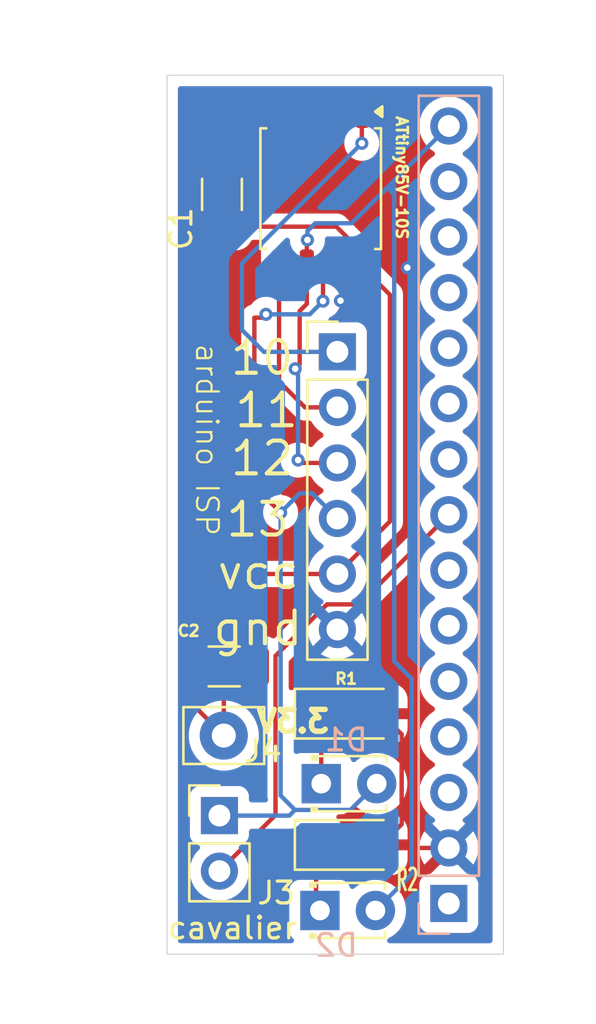
<source format=kicad_pcb>
(kicad_pcb (version 20241229) (generator "pcbnew") (generator_version "9.0")
  (layers (0 "F.Cu" signal) (2 "B.Cu" signal) (13 "F.Paste" user) (15 "B.Paste" user) (5 "F.SilkS" user "F.Silkscreen") (7 "B.SilkS" user "B.Silkscreen") (1 "F.Mask" user) (3 "B.Mask" user) (25 "Edge.Cuts" user))
  (net 0 "")
  (net 1 "VCC")
  (net 2 "Net-(J1-Pin_1)")
  (net 3 "Net-(D2-K)")
  (net 4 "GND")
  (net 6 "Net-(J1-Pin_2)")
  (net 20 "Net-(D1-K)")
  (net 21 "Net-(D1-A)")
  (net 22 "Net-(J2-Pin_8)")
  (net 23 "Net-(D2-A)")
  (footprint "Capacitor_SMD:C_1206_3216Metric" (layer "F.Cu") (at 147.2166 75.438)
    (property "Reference" "C2" (at -1.6238 -1.6256 0) (layer "F.SilkS") (effects (font (size 0.5 0.5) (thickness 0.125))))
    (property "Value" "100nf")
    (fp_line (start -0.711252 -0.91) (end 0.711252 -0.91) (stroke (width 0.12)) (layer "F.SilkS"))
    (fp_line (start -0.711252 0.91) (end 0.711252 0.91) (stroke (width 0.12)) (layer "F.SilkS"))
    (pad "1" smd roundrect (at -1.475 0) (size 1.15 1.8) (layers "F.Cu" "F.Mask" "F.Paste") (roundrect_rratio 0.217391) (net 1 "VCC"))
    (pad "2" smd roundrect (at 1.475 0) (size 1.15 1.8) (layers "F.Cu" "F.Mask" "F.Paste") (roundrect_rratio 0.217391) (net 4 "GND"))
  )
  (footprint "LED_THT:LED_D1.8mm_W3.3mm_H2.4mm" (layer "F.Cu") (at 151.66 80.8)
    (property "Reference" "D1" (at 1.14 -2 0) (layer "B.SilkS") (effects (justify mirror)))
    (property "Value" "LED" (hide yes))
    (fp_line (start -0.44 -1.26) (end -0.44 -1.08) (stroke (width 0.12)) (layer "F.SilkS"))
    (fp_line (start -0.44 -1.26) (end 2.98 -1.26) (stroke (width 0.12)) (layer "F.SilkS"))
    (fp_line (start -0.44 1.08) (end -0.44 1.26) (stroke (width 0.12)) (layer "F.SilkS"))
    (fp_line (start -0.44 1.26) (end 2.98 1.26) (stroke (width 0.12)) (layer "F.SilkS"))
    (fp_line (start -0.32 -1.26) (end -0.32 -1.08) (stroke (width 0.12)) (layer "F.SilkS"))
    (fp_line (start -0.32 1.08) (end -0.32 1.26) (stroke (width 0.12)) (layer "F.SilkS"))
    (fp_line (start -0.2 -1.26) (end -0.2 -1.08) (stroke (width 0.12)) (layer "F.SilkS"))
    (fp_line (start -0.2 1.08) (end -0.2 1.26) (stroke (width 0.12)) (layer "F.SilkS"))
    (fp_line (start 2.98 -1.26) (end 2.98 -0.986) (stroke (width 0.12)) (layer "F.SilkS"))
    (fp_line (start 2.98 0.986) (end 2.98 1.26) (stroke (width 0.12)) (layer "F.SilkS"))
    (pad "1" thru_hole rect (at 0 0) (size 1.8 1.8) (drill 0.9) (layers "*.Cu" "*.Mask") (net 20 "Net-(D1-K)"))
    (pad "2" thru_hole circle (at 2.54 0) (size 1.8 1.8) (drill 0.9) (layers "*.Cu" "*.Mask") (net 21 "Net-(D1-A)"))
  )
  (footprint "LED_THT:LED_D1.8mm_W3.3mm_H2.4mm" (layer "F.Cu") (at 151.6 86.6)
    (property "Reference" "D2" (at 0.7492 1.5888 0) (layer "B.SilkS") (effects (justify mirror)))
    (property "Value" "LED" (hide yes))
    (fp_line (start -0.44 -1.26) (end -0.44 -1.08) (stroke (width 0.12)) (layer "F.SilkS"))
    (fp_line (start -0.44 -1.26) (end 2.98 -1.26) (stroke (width 0.12)) (layer "F.SilkS"))
    (fp_line (start -0.44 1.08) (end -0.44 1.26) (stroke (width 0.12)) (layer "F.SilkS"))
    (fp_line (start -0.44 1.26) (end 2.98 1.26) (stroke (width 0.12)) (layer "F.SilkS"))
    (fp_line (start -0.32 -1.26) (end -0.32 -1.08) (stroke (width 0.12)) (layer "F.SilkS"))
    (fp_line (start -0.32 1.08) (end -0.32 1.26) (stroke (width 0.12)) (layer "F.SilkS"))
    (fp_line (start -0.2 -1.26) (end -0.2 -1.08) (stroke (width 0.12)) (layer "F.SilkS"))
    (fp_line (start -0.2 1.08) (end -0.2 1.26) (stroke (width 0.12)) (layer "F.SilkS"))
    (fp_line (start 2.98 -1.26) (end 2.98 -0.986) (stroke (width 0.12)) (layer "F.SilkS"))
    (fp_line (start 2.98 0.986) (end 2.98 1.26) (stroke (width 0.12)) (layer "F.SilkS"))
    (pad "1" thru_hole rect (at 0 0) (size 1.8 1.8) (drill 0.9) (layers "*.Cu" "*.Mask") (net 3 "Net-(D2-K)"))
    (pad "2" thru_hole circle (at 2.54 0) (size 1.8 1.8) (drill 0.9) (layers "*.Cu" "*.Mask") (net 23 "Net-(D2-A)"))
  )
  (footprint "LED_SMD:LED_1206_3216Metric_Pad1.42x1.75mm_HandSolder" (layer "F.Cu") (at 152.9125 83.6)
    (property "Reference" "R2" (at 2.6875 1.6 0) (layer "F.SilkS") (effects (font (size 1 0.5) (thickness 0.125))))
    (property "Value" "R" (hide yes))
    (fp_line (start -2.46 -1.135) (end -2.46 1.135) (stroke (width 0.12)) (layer "F.SilkS"))
    (fp_line (start -2.46 1.135) (end 1.6 1.135) (stroke (width 0.12)) (layer "F.SilkS"))
    (fp_line (start 1.6 -1.135) (end -2.46 -1.135) (stroke (width 0.12)) (layer "F.SilkS"))
    (pad "1" smd roundrect (at -1.4875 0) (size 1.425 1.75) (layers "F.Cu" "F.Mask" "F.Paste") (roundrect_rratio 0.175439) (net 3 "Net-(D2-K)"))
    (pad "2" smd roundrect (at 1.4875 0) (size 1.425 1.75) (layers "F.Cu" "F.Mask" "F.Paste") (roundrect_rratio 0.175439) (net 4 "GND"))
  )
  (footprint "Connector_PinHeader_2.54mm:PinHeader_1x02_P2.54mm_Vertical" (layer "F.Cu") (at 147 82.26)
    (property "Reference" "J3" (at 2.6 3.54 0) (layer "F.SilkS"))
    (property "Value" "cavalier" (at 0.6 5.14 0) (layer "F.SilkS"))
    (fp_line (start -1.38 -1.38) (end 0 -1.38) (stroke (width 0.12)) (layer "F.SilkS"))
    (fp_line (start -1.38 0) (end -1.38 -1.38) (stroke (width 0.12)) (layer "F.SilkS"))
    (fp_line (start -1.38 1.27) (end -1.38 3.92) (stroke (width 0.12)) (layer "F.SilkS"))
    (fp_line (start -1.38 1.27) (end 1.38 1.27) (stroke (width 0.12)) (layer "F.SilkS"))
    (fp_line (start -1.38 3.92) (end 1.38 3.92) (stroke (width 0.12)) (layer "F.SilkS"))
    (fp_line (start 1.38 1.27) (end 1.38 3.92) (stroke (width 0.12)) (layer "F.SilkS"))
    (pad "1" thru_hole rect (at 0 0) (size 1.7 1.7) (drill 1) (layers "*.Cu" "*.Mask") (net 21 "Net-(D1-A)"))
    (pad "2" thru_hole circle (at 0 2.54) (size 1.7 1.7) (drill 1) (layers "*.Cu" "*.Mask") (net 22 "Net-(J2-Pin_8)"))
  )
  (footprint "LED_SMD:LED_1206_3216Metric_Pad1.42x1.75mm_HandSolder" (layer "F.Cu") (at 152.9125 77.6)
    (property "Reference" "R1" (at -0.1125 -1.6 0) (layer "F.SilkS") (effects (font (size 0.5 0.5) (thickness 0.125))))
    (property "Value" "R" (hide yes))
    (fp_line (start -2.46 -1.135) (end -2.46 1.135) (stroke (width 0.12)) (layer "F.SilkS"))
    (fp_line (start -2.46 1.135) (end 1.6 1.135) (stroke (width 0.12)) (layer "F.SilkS"))
    (fp_line (start 1.6 -1.135) (end -2.46 -1.135) (stroke (width 0.12)) (layer "F.SilkS"))
    (pad "1" smd roundrect (at -1.4875 0) (size 1.425 1.75) (layers "F.Cu" "F.Mask" "F.Paste") (roundrect_rratio 0.175439) (net 20 "Net-(D1-K)"))
    (pad "2" smd roundrect (at 1.4875 0) (size 1.425 1.75) (layers "F.Cu" "F.Mask" "F.Paste") (roundrect_rratio 0.175439) (net 4 "GND"))
  )
  (footprint "Connector_PinHeader_2.54mm:PinHeader_1x06_P2.54mm_Vertical" (layer "F.Cu") (at 152.4 61.05)
    (property "Reference" "J1" (hide yes))
    (property "Value" "arduino" (hide yes))
    (fp_line (start -1.38 -1.38) (end 0 -1.38) (stroke (width 0.12)) (layer "F.SilkS"))
    (fp_line (start -1.38 0) (end -1.38 -1.38) (stroke (width 0.12)) (layer "F.SilkS"))
    (fp_line (start -1.38 1.27) (end -1.38 14.08) (stroke (width 0.12)) (layer "F.SilkS"))
    (fp_line (start -1.38 1.27) (end 1.38 1.27) (stroke (width 0.12)) (layer "F.SilkS"))
    (fp_line (start -1.38 14.08) (end 1.38 14.08) (stroke (width 0.12)) (layer "F.SilkS"))
    (fp_line (start 1.38 1.27) (end 1.38 14.08) (stroke (width 0.12)) (layer "F.SilkS"))
    (pad "1" thru_hole rect (at 0 0) (size 1.7 1.7) (drill 1) (layers "*.Cu" "*.Mask") (net 2 "Net-(J1-Pin_1)"))
    (pad "2" thru_hole circle (at 0 2.54) (size 1.7 1.7) (drill 1) (layers "*.Cu" "*.Mask") (net 6 "Net-(J1-Pin_2)"))
    (pad "3" thru_hole circle (at 0 5.08) (size 1.7 1.7) (drill 1) (layers "*.Cu" "*.Mask") (net 23 "Net-(D2-A)"))
    (pad "4" thru_hole circle (at 0 7.62) (size 1.7 1.7) (drill 1) (layers "*.Cu" "*.Mask") (net 21 "Net-(D1-A)"))
    (pad "5" thru_hole circle (at 0 10.16) (size 1.7 1.7) (drill 1) (layers "*.Cu" "*.Mask") (net 1 "VCC"))
    (pad "6" thru_hole circle (at 0 12.7) (size 1.7 1.7) (drill 1) (layers "*.Cu" "*.Mask") (net 4 "GND"))
  )
  (footprint "Capacitor_SMD:C_1206_3216Metric" (layer "F.Cu") (at 147.1168 53.8498 90)
    (property "Reference" "C1" (at -1.573 -1.8796 90) (layer "F.SilkS"))
    (property "Value" "100nf")
    (fp_line (start -0.711252 -0.91) (end 0.711252 -0.91) (stroke (width 0.12)) (layer "F.SilkS"))
    (fp_line (start -0.711252 0.91) (end 0.711252 0.91) (stroke (width 0.12)) (layer "F.SilkS"))
    (pad "1" smd roundrect (at -1.475 0 90) (size 1.15 1.8) (layers "F.Cu" "F.Mask" "F.Paste") (roundrect_rratio 0.217391) (net 1 "VCC"))
    (pad "2" smd roundrect (at 1.475 0 90) (size 1.15 1.8) (layers "F.Cu" "F.Mask" "F.Paste") (roundrect_rratio 0.217391) (net 4 "GND"))
  )
  (footprint "Connector_Pin:Pin_D1.1mm_L10.2mm_W3.5mm_Flat" (layer "F.Cu") (at 147.2 78.6)
    (property "Reference" "J4" (at 1.7964 0.6988 0) (layer "F.SilkS"))
    (property "Value" "Conn_01x01" (hide yes))
    (fp_line (start -1.85 -1.3) (end -1.85 1.3) (stroke (width 0.12)) (layer "F.SilkS"))
    (fp_line (start -1.85 -1.3) (end 1.85 -1.3) (stroke (width 0.12)) (layer "F.SilkS"))
    (fp_line (start 1.85 -1.3) (end 1.85 1.3) (stroke (width 0.12)) (layer "F.SilkS"))
    (fp_line (start 1.85 1.3) (end -1.85 1.3) (stroke (width 0.12)) (layer "F.SilkS"))
    (pad "1" thru_hole circle (at 0 0) (size 2.2 2.2) (drill 1.1) (layers "*.Cu" "*.Mask") (net 1 "VCC"))
  )
  (footprint "Package_SO:SOIC-8_5.3x5.3mm_P1.27mm" (layer "F.Cu") (at 151.635 53.5875 -90)
    (property "Reference" "U1" (hide yes))
    (property "Value" "ATtiny85V-10S" (at -0.5015 -3.7114 270) (layer "F.SilkS") (effects (font (size 0.5 0.5) (thickness 0.125))))
    (fp_line (start -2.76 2.76) (end -2.76 2.49) (stroke (width 0.12)) (layer "F.SilkS"))
    (fp_line (start 0 2.76) (end -2.76 2.76) (stroke (width 0.12)) (layer "F.SilkS"))
    (fp_line (start 0 2.76) (end 2.76 2.76) (stroke (width 0.12)) (layer "F.SilkS"))
    (fp_line (start 2.76 2.76) (end 2.76 2.49) (stroke (width 0.12)) (layer "F.SilkS"))
    (fp_line (start -2.76 -2.76) (end -2.76 -2.49) (stroke (width 0.12)) (layer "F.SilkS"))
    (fp_line (start 0 -2.76) (end -2.76 -2.76) (stroke (width 0.12)) (layer "F.SilkS"))
    (fp_line (start 0 -2.76) (end 2.76 -2.76) (stroke (width 0.12)) (layer "F.SilkS"))
    (fp_line (start 2.76 -2.76) (end 2.76 -2.49) (stroke (width 0.12)) (layer "F.SilkS"))
    (fp_poly (pts (xy -3.525 -2.49) (xy -3.765 -2.82) (xy -3.285 -2.82)) (stroke (width 0.12)) (fill yes) (layer "F.SilkS"))
    (pad "1" smd roundrect (at -3.5875 -1.905 270) (size 1.625 0.65) (layers "F.Cu" "F.Mask" "F.Paste") (net 2 "Net-(J1-Pin_1)"))
    (pad "2" smd roundrect (at -3.5875 -0.635 270) (size 1.625 0.65) (layers "F.Cu" "F.Mask" "F.Paste"))
    (pad "3" smd roundrect (at -3.5875 0.635 270) (size 1.625 0.65) (layers "F.Cu" "F.Mask" "F.Paste"))
    (pad "4" smd roundrect (at -3.5875 1.905 270) (size 1.625 0.65) (layers "F.Cu" "F.Mask" "F.Paste") (net 4 "GND"))
    (pad "5" smd roundrect (at 3.5875 1.905 270) (size 1.625 0.65) (layers "F.Cu" "F.Mask" "F.Paste") (net 6 "Net-(J1-Pin_2)"))
    (pad "6" smd roundrect (at 3.5875 0.635 270) (size 1.625 0.65) (layers "F.Cu" "F.Mask" "F.Paste") (net 23 "Net-(D2-A)"))
    (pad "7" smd roundrect (at 3.5875 -0.635 270) (size 1.625 0.65) (layers "F.Cu" "F.Mask" "F.Paste") (net 21 "Net-(D1-A)"))
    (pad "8" smd roundrect (at 3.5875 -1.905 270) (size 1.625 0.65) (layers "F.Cu" "F.Mask" "F.Paste") (net 1 "VCC"))
  )
  (footprint "Connector_PinHeader_2.54mm:PinHeader_1x15_P2.54mm_Vertical" (layer "B.Cu") (at 157.5 86.28)
    (property "Reference" "J2" (hide yes))
    (property "Value" "esp32" (hide yes))
    (fp_line (start -1.38 -36.94) (end 1.38 -36.94) (stroke (width 0.12)) (layer "B.SilkS"))
    (fp_line (start -1.38 -1.27) (end -1.38 -36.94) (stroke (width 0.12)) (layer "B.SilkS"))
    (fp_line (start -1.38 -1.27) (end 1.38 -1.27) (stroke (width 0.12)) (layer "B.SilkS"))
    (fp_line (start -1.38 0) (end -1.38 1.38) (stroke (width 0.12)) (layer "B.SilkS"))
    (fp_line (start -1.38 1.38) (end 0 1.38) (stroke (width 0.12)) (layer "B.SilkS"))
    (fp_line (start 1.38 -1.27) (end 1.38 -36.94) (stroke (width 0.12)) (layer "B.SilkS"))
    (pad "1" thru_hole rect (at 0 0) (size 1.7 1.7) (drill 1) (layers "*.Cu" "*.Mask"))
    (pad "2" thru_hole circle (at 0 -2.54) (size 1.7 1.7) (drill 1) (layers "*.Cu" "*.Mask") (net 4 "GND"))
    (pad "3" thru_hole circle (at 0 -5.08) (size 1.7 1.7) (drill 1) (layers "*.Cu" "*.Mask"))
    (pad "4" thru_hole circle (at 0 -7.62) (size 1.7 1.7) (drill 1) (layers "*.Cu" "*.Mask"))
    (pad "5" thru_hole circle (at 0 -10.16) (size 1.7 1.7) (drill 1) (layers "*.Cu" "*.Mask"))
    (pad "6" thru_hole circle (at 0 -12.7) (size 1.7 1.7) (drill 1) (layers "*.Cu" "*.Mask"))
    (pad "7" thru_hole circle (at 0 -15.24) (size 1.7 1.7) (drill 1) (layers "*.Cu" "*.Mask"))
    (pad "8" thru_hole circle (at 0 -17.78) (size 1.7 1.7) (drill 1) (layers "*.Cu" "*.Mask") (net 22 "Net-(J2-Pin_8)"))
    (pad "9" thru_hole circle (at 0 -20.32) (size 1.7 1.7) (drill 1) (layers "*.Cu" "*.Mask"))
    (pad "10" thru_hole circle (at 0 -22.86) (size 1.7 1.7) (drill 1) (layers "*.Cu" "*.Mask"))
    (pad "11" thru_hole circle (at 0 -25.4) (size 1.7 1.7) (drill 1) (layers "*.Cu" "*.Mask"))
    (pad "12" thru_hole circle (at 0 -27.94) (size 1.7 1.7) (drill 1) (layers "*.Cu" "*.Mask"))
    (pad "13" thru_hole circle (at 0 -30.48) (size 1.7 1.7) (drill 1) (layers "*.Cu" "*.Mask"))
    (pad "14" thru_hole circle (at 0 -33.02) (size 1.7 1.7) (drill 1) (layers "*.Cu" "*.Mask"))
    (pad "15" thru_hole circle (at 0 -35.56) (size 1.7 1.7) (drill 1) (layers "*.Cu" "*.Mask") (net 23 "Net-(D2-A)"))
  )
  (gr_rect (start 144.6 48.4) (end 160 88.6) (stroke (width 0.05)) (fill no) (layer "Edge.Cuts"))
  (gr_text "11" (at 147.6 64.6 0) (layer "F.SilkS") (effects (font (size 1.5 1.5) (thickness 0.1875)) (justify left bottom)))
  (gr_text "gnd" (at 146.6 74.5744 0) (layer "F.SilkS") (effects (font (size 1.5 1.5) (thickness 0.1875)) (justify left bottom)))
  (gr_text "vcc" (at 146.8 72 0) (layer "F.SilkS") (effects (font (size 1.5 1.5) (thickness 0.1875)) (justify left bottom)))
  (gr_text "10" (at 147.4 62.2 0) (layer "F.SilkS") (effects (font (size 1.5 1.5) (thickness 0.1875)) (justify left bottom)))
  (gr_text "13" (at 147.2 69.6 0) (layer "F.SilkS") (effects (font (size 1.5 1.5) (thickness 0.1875)) (justify left bottom)))
  (gr_text "3.3V" (at 152.146 78.5368 0) (layer "F.SilkS") (effects (font (size 1 1) (thickness 0.25) (bold yes)) (justify left bottom mirror)))
  (gr_text "12" (at 147.4 66.8 0) (layer "F.SilkS") (effects (font (size 1.5 1.5) (thickness 0.1875)) (justify left bottom)))
  (gr_text "arduino ISP" (at 145.8468 60.6044 270) (layer "F.SilkS") (effects (font (size 1 1) (thickness 0.1)) (justify left bottom)))
  (segment (start 154.801 58.436) (end 154.801 68.809) (width 0.2) (layer "F.Cu") (net 1))
  (segment (start 153.54 57.175) (end 154.801 58.436) (width 0.2) (layer "F.Cu") (net 1))
  (segment (start 153.54 57.175) (end 153.54 56.362501) (width 0.2) (layer "F.Cu") (net 1))
  (segment (start 153.54 56.512) (end 152.3528 55.3248) (width 0.2) (layer "F.Cu") (net 1))
  (segment (start 154.801 68.809) (end 152.4 71.21) (width 0.2) (layer "F.Cu") (net 1))
  (segment (start 145.7416 77.1416) (end 147.2 78.6) (width 0.2) (layer "F.Cu") (net 1))
  (segment (start 147.2 71.8) (end 147.2 78.2) (width 0.2) (layer "F.Cu") (net 1))
  (segment (start 147.61 71.21) (end 147.61 71.39) (width 0.2) (layer "F.Cu") (net 1))
  (segment (start 153.54 57.175) (end 153.54 56.512) (width 0.2) (layer "F.Cu") (net 1))
  (segment (start 147.61 71.39) (end 147.2 71.8) (width 0.2) (layer "F.Cu") (net 1))
  (segment (start 153.416 57.051) (end 153.54 57.175) (width 0.2) (layer "F.Cu") (net 1))
  (segment (start 152.4 71.21) (end 147.61 71.21) (width 0.2) (layer "F.Cu") (net 1))
  (segment (start 145.7416 75.438) (end 145.7416 77.1416) (width 0.2) (layer "F.Cu") (net 1))
  (segment (start 152.3528 55.3248) (end 147.1168 55.3248) (width 0.2) (layer "F.Cu") (net 1))
  (segment (start 153.5176 51.5112) (end 153.5176 50.0224) (width 0.2) (layer "F.Cu") (net 2))
  (segment (start 153.5176 50.0224) (end 153.54 50) (width 0.2) (layer "F.Cu") (net 2))
  (via (at 153.5176 51.5112) (size 0.6) (drill 0.3) (layers "F.Cu" "B.Cu") (net 2))
  (segment (start 148.0312 60.0456) (end 148.0312 56.9976) (width 0.2) (layer "B.Cu") (net 2))
  (segment (start 149.0356 61.05) (end 148.0312 60.0456) (width 0.2) (layer "B.Cu") (net 2))
  (segment (start 152.4 61.05) (end 149.0356 61.05) (width 0.2) (layer "B.Cu") (net 2))
  (segment (start 148.0312 56.9976) (end 153.5176 51.5112) (width 0.2) (layer "B.Cu") (net 2))
  (segment (start 151.425 86.425) (end 151.6 86.6) (width 0.2) (layer "F.Cu") (net 3))
  (segment (start 151.425 83.6) (end 151.425 86.425) (width 0.2) (layer "F.Cu") (net 3))
  (segment (start 154.54 83.74) (end 154.4 83.6) (width 0.2) (layer "F.Cu") (net 4))
  (segment (start 155.341 82.659) (end 155.341 78.541) (width 0.2) (layer "F.Cu") (net 4))
  (segment (start 154.4 75.75) (end 152.4 73.75) (width 0.2) (layer "F.Cu") (net 4))
  (segment (start 157.26 83.5) (end 157.5 83.74) (width 0.2) (layer "F.Cu") (net 4))
  (segment (start 154.4 77.6) (end 154.4 75.75) (width 0.2) (layer "F.Cu") (net 4))
  (segment (start 149.7584 50.0284) (end 149.73 50) (width 0.2) (layer "F.Cu") (net 4))
  (segment (start 152.4 73.75) (end 152.35 73.8) (width 0.2) (layer "F.Cu") (net 4))
  (segment (start 157.5 83.74) (end 154.54 83.74) (width 0.2) (layer "F.Cu") (net 4))
  (segment (start 154.4 83.6) (end 155.341 82.659) (width 0.2) (layer "F.Cu") (net 4))
  (segment (start 155.341 78.541) (end 154.4 77.6) (width 0.2) (layer "F.Cu") (net 4))
  (via (at 152.54 58.71) (size 0.6) (drill 0.3) (layers "F.Cu" "B.Cu") (net 4))
  (via (at 155.6 57.2) (size 0.6) (drill 0.3) (layers "F.Cu" "B.Cu") (net 4))
  (segment (start 150.9152 63.59) (end 152.4 63.59) (width 0.2) (layer "F.Cu") (net 6))
  (segment (start 149.73 57.175) (end 149.73 62.4048) (width 0.2) (layer "F.Cu") (net 6))
  (segment (start 149.73 62.4048) (end 150.9152 63.59) (width 0.2) (layer "F.Cu") (net 6))
  (segment (start 151.66 80.8) (end 151.66 77.835) (width 0.2) (layer "F.Cu") (net 20))
  (segment (start 151.66 77.835) (end 151.425 77.6) (width 0.2) (layer "F.Cu") (net 20))
  (segment (start 151.740243 57.704757) (end 151.740243 58.729819) (width 0.2) (layer "F.Cu") (net 21))
  (segment (start 148.6 59.4868) (end 148.6 67.2) (width 0.2) (layer "F.Cu") (net 21))
  (segment (start 148.6 67.2) (end 149.8 68.4) (width 0.2) (layer "F.Cu") (net 21))
  (segment (start 152.27 57.175) (end 151.740243 57.704757) (width 0.2) (layer "F.Cu") (net 21))
  (segment (start 148.9776 59.4868) (end 148.6 59.4868) (width 0.2) (layer "F.Cu") (net 21))
  (segment (start 149.13 59.3344) (end 148.9776 59.4868) (width 0.2) (layer "F.Cu") (net 21))
  (via (at 149.8 68.4) (size 0.6) (drill 0.3) (layers "F.Cu" "B.Cu") (net 21))
  (via (at 151.740243 58.729819) (size 0.6) (drill 0.3) (layers "F.Cu" "B.Cu") (net 21))
  (via (at 149.13 59.3344) (size 0.6) (drill 0.3) (layers "F.Cu" "B.Cu") (net 21))
  (segment (start 151.135662 59.3344) (end 149.13 59.3344) (width 0.2) (layer "B.Cu") (net 21))
  (segment (start 150.459 82.001) (end 149.8 81.342) (width 0.2) (layer "B.Cu") (net 21))
  (segment (start 150.681 67.519) (end 149.8 68.4) (width 0.2) (layer "B.Cu") (net 21))
  (segment (start 150.2 82.26) (end 150.459 82.001) (width 0.2) (layer "B.Cu") (net 21))
  (segment (start 152.999 82.001) (end 154.2 80.8) (width 0.2) (layer "B.Cu") (net 21))
  (segment (start 150.459 82.001) (end 152.999 82.001) (width 0.2) (layer "B.Cu") (net 21))
  (segment (start 147 82.26) (end 150.2 82.26) (width 0.2) (layer "B.Cu") (net 21))
  (segment (start 151.740243 58.729819) (end 151.135662 59.3344) (width 0.2) (layer "B.Cu") (net 21))
  (segment (start 152.4 68.67) (end 151.249 67.519) (width 0.2) (layer "B.Cu") (net 21))
  (segment (start 149.8 81.342) (end 149.8 68.4) (width 0.2) (layer "B.Cu") (net 21))
  (segment (start 151.249 67.519) (end 150.681 67.519) (width 0.2) (layer "B.Cu") (net 21))
  (segment (start 147 84.8) (end 149.5676 82.2324) (width 0.2) (layer "F.Cu") (net 22))
  (segment (start 151.92224 72.6) (end 153.4 72.6) (width 0.2) (layer "F.Cu") (net 22))
  (segment (start 149.5676 82.2324) (end 149.5676 74.95464) (width 0.2) (layer "F.Cu") (net 22))
  (segment (start 153.4 72.6) (end 157.5 68.5) (width 0.2) (layer "F.Cu") (net 22))
  (segment (start 149.5676 74.95464) (end 151.92224 72.6) (width 0.2) (layer "F.Cu") (net 22))
  (segment (start 154.14 86.6) (end 154.14 85.94) (width 0.2) (layer "F.Cu") (net 23))
  (segment (start 150.6728 59.182) (end 150.6728 61.6204) (width 0.2) (layer "F.Cu") (net 23))
  (segment (start 150.6728 61.6204) (end 150.4696 61.8236) (width 0.2) (layer "F.Cu") (net 23))
  (segment (start 151 57.175) (end 151 55.9592) (width 0.2) (layer "F.Cu") (net 23))
  (segment (start 151 55.9592) (end 151.0284 55.9308) (width 0.2) (layer "F.Cu") (net 23))
  (segment (start 152.4 66) (end 152.6 65.8) (width 0.2) (layer "F.Cu") (net 23))
  (segment (start 150.73 66.13) (end 150.6 66) (width 0.2) (layer "F.Cu") (net 23))
  (segment (start 154.14 86.6) (end 154.14 86.315) (width 0.2) (layer "F.Cu") (net 23))
  (segment (start 151 57.175) (end 151 58.8548) (width 0.2) (layer "F.Cu") (net 23))
  (segment (start 152.4 66.13) (end 150.73 66.13) (width 0.2) (layer "F.Cu") (net 23))
  (segment (start 151 58.8548) (end 150.6728 59.182) (width 0.2) (layer "F.Cu") (net 23))
  (via (at 150.4696 61.8236) (size 0.6) (drill 0.3) (layers "F.Cu" "B.Cu") (net 23))
  (via (at 150.6 66) (size 0.6) (drill 0.3) (layers "F.Cu" "B.Cu") (net 23))
  (via (at 151.0284 55.9308) (size 0.6) (drill 0.3) (layers "F.Cu" "B.Cu") (net 23))
  (segment (start 154.8338 53.3862) (end 154.8338 53.4278) (width 0.2) (layer "B.Cu") (net 23))
  (segment (start 151.384 55.1688) (end 153.0512 55.1688) (width 0.2) (layer "B.Cu") (net 23))
  (segment (start 154.8338 53.4278) (end 155 53.594) (width 0.2) (layer "B.Cu") (net 23))
  (segment (start 155 53.848) (end 155 75.2) (width 0.2) (layer "B.Cu") (net 23))
  (segment (start 150.6 61.954) (end 150.6 66) (width 0.2) (layer "B.Cu") (net 23))
  (segment (start 151.0284 55.9308) (end 151.0284 55.5244) (width 0.2) (layer "B.Cu") (net 23))
  (segment (start 155.8 76) (end 155.8 84.94) (width 0.2) (layer "B.Cu") (net 23))
  (segment (start 154.6814 53.5386) (end 154.9908 53.848) (width 0.2) (layer "B.Cu") (net 23))
  (segment (start 151.0284 55.5244) (end 151.384 55.1688) (width 0.2) (layer "B.Cu") (net 23))
  (segment (start 155.8 84.94) (end 154.14 86.6) (width 0.2) (layer "B.Cu") (net 23))
  (segment (start 155.0878 53.1322) (end 157.5 50.72) (width 0.2) (layer "B.Cu") (net 23))
  (segment (start 154.6814 53.5386) (end 154.8338 53.3862) (width 0.2) (layer "B.Cu") (net 23))
  (segment (start 155 53.848) (end 155 53.594) (width 0.2) (layer "B.Cu") (net 23))
  (segment (start 155 53.594) (end 155 53.22) (width 0.2) (layer "B.Cu") (net 23))
  (segment (start 155 53.22) (end 155.0878 53.1322) (width 0.2) (layer "B.Cu") (net 23))
  (segment (start 154.9908 53.848) (end 155 53.848) (width 0.2) (layer "B.Cu") (net 23))
  (segment (start 153.0512 55.1688) (end 154.6814 53.5386) (width 0.2) (layer "B.Cu") (net 23))
  (segment (start 155 75.2) (end 155.8 76) (width 0.2) (layer "B.Cu") (net 23))
  (segment (start 154.8338 53.3862) (end 155.0878 53.1322) (width 0.2) (layer "B.Cu") (net 23))
  (segment (start 150.4696 61.8236) (end 150.6 61.954) (width 0.2) (layer "B.Cu") (net 23))
  (zone (net 4) (net_name "GND") (layers "F.Cu" "B.Cu") (connect_pads (clearance 0.5)) (min_thickness 0.25) (fill yes (thermal_gap 0.5) (thermal_bridge_width 0.5))
    (polygon (pts (xy 142.3416 44.958) (xy 164.1348 45.4152) (xy 164.2364 91.7956) (xy 136.9568 90.9828) (xy 141.732 46.3296)))
  )
)
</source>
